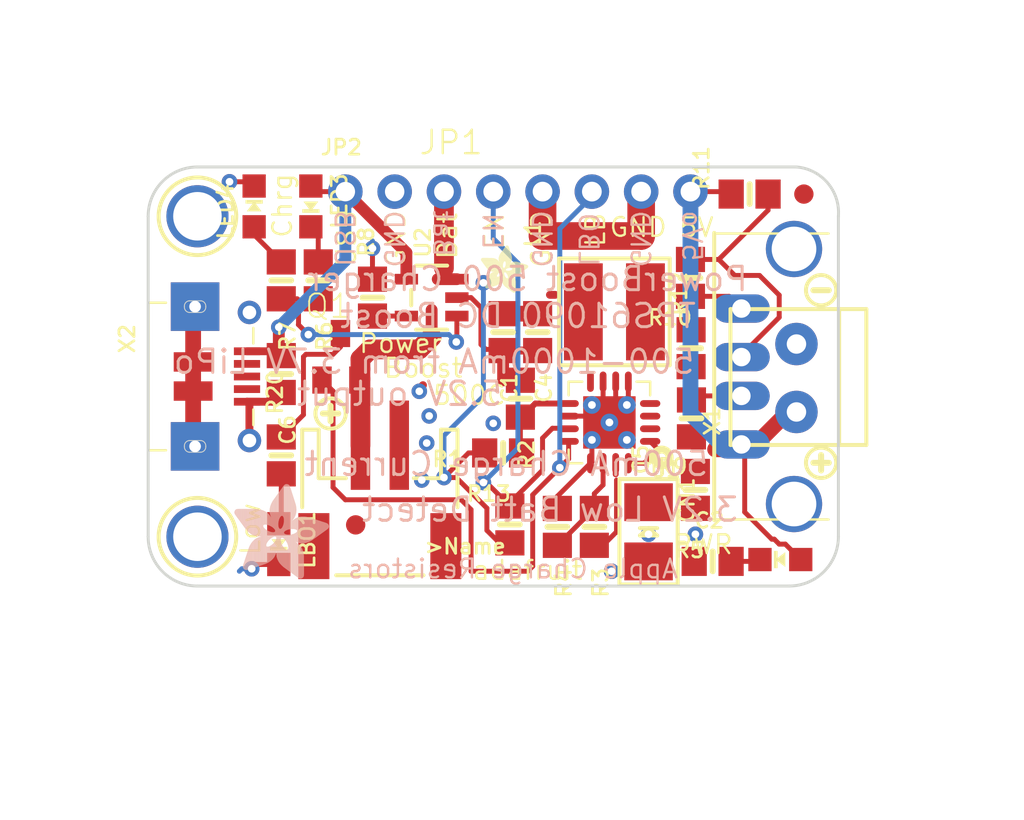
<source format=kicad_pcb>
(kicad_pcb (version 20171130) (host pcbnew "(5.1.0)-1")
  (layers (0 Top signal) (31 Bottom signal) (34 B.Paste user) (35 F.Paste user) (36 B.SilkS user) (37 F.SilkS user) (38 B.Mask user) (39 F.Mask user) (44 Edge.Cuts user))
  (net 0 "")
  (net 1 GND)
  (net 2 5.0V)
  (net 3 VBAT)
  (net 4 "Net-(R3-Pad1)")
  (net 5 /LBO)
  (net 6 /ENABLE)
  (net 7 "Net-(R1-Pad1)")
  (net 8 "Net-(L1-PadP$2)")
  (net 9 "Net-(CN1-PadD-)")
  (net 10 "Net-(CN1-PadD+)")
  (net 11 "Net-(Q1-PadC)")
  (net 12 "Net-(R8-Pad1)")
  (net 13 "Net-(C6-Pad1)")
  (net 14 "Net-(R6-Pad2)")
  (net 15 "Net-(LED3-PadC)")
  (net 16 "Net-(LED4-PadA)")
  (net 17 "Net-(X2-PadID)")
  (net 18 "Net-(X2-PadD+)")
  (net 19 "Net-(X2-PadD-)")
  (net 20 "Net-(PWR1-PadC)")
  (net 21 "Net-(LBO1-PadA)")
  (module "Adafruit PowerBoost 500C:PVQFN-16" (layer Top) (at 154.480245 107.3706 180)
    (fp_text reference U1 (at -2.024 -2.882) (layer F.SilkS) (effects (font (size 0.77216 0.77216) (thickness 0.138988)) (justify left bottom)))
    (fp_text value TPS61090RSAR)
    (pad P$22 thru_hole circle (at -0.9 0.9 180) (size 0.908 0.908) (drill 0.4) (layers *.Cu *.Mask) (net 1 GND))
    (pad P$21 thru_hole circle (at 0.9 0.9 180) (size 0.908 0.908) (drill 0.4) (layers *.Cu *.Mask) (net 1 GND))
    (pad P$20 thru_hole circle (at 0.9 -0.9 180) (size 0.908 0.908) (drill 0.4) (layers *.Cu *.Mask) (net 1 GND))
    (pad P$19 thru_hole circle (at -0.9 -0.9 180) (size 0.908 0.908) (drill 0.4) (layers *.Cu *.Mask) (net 1 GND))
    (pad P$18 thru_hole circle (at 0 0 180) (size 0.908 0.908) (drill 0.4) (layers *.Cu *.Mask) (net 1 GND))
    (pad 16 smd roundrect (at -0.975 -2.1 90) (size 1.05 0.35) (layers Top F.Paste F.Mask) (roundrect_rratio 0.5) (net 2 5.0V))
    (pad 15 smd roundrect (at -0.325 -2.1 90) (size 1.05 0.35) (layers Top F.Paste F.Mask) (roundrect_rratio 0.5) (net 2 5.0V))
    (pad 14 smd roundrect (at 0.325 -2.1 90) (size 1.05 0.35) (layers Top F.Paste F.Mask) (roundrect_rratio 0.5) (net 4 "Net-(R3-Pad1)"))
    (pad 13 smd roundrect (at 0.975 -2.1 90) (size 1.05 0.35) (layers Top F.Paste F.Mask) (roundrect_rratio 0.5) (net 1 GND))
    (pad 12 smd roundrect (at 2.1 -0.975) (size 1.05 0.35) (layers Top F.Paste F.Mask) (roundrect_rratio 0.5) (net 5 /LBO))
    (pad 11 smd roundrect (at 2.1 -0.325) (size 1.05 0.35) (layers Top F.Paste F.Mask) (roundrect_rratio 0.5) (net 6 /ENABLE))
    (pad 10 smd roundrect (at 2.1 0.325) (size 1.05 0.35) (layers Top F.Paste F.Mask) (roundrect_rratio 0.5) (net 1 GND))
    (pad 9 smd roundrect (at 2.1 0.975) (size 1.05 0.35) (layers Top F.Paste F.Mask) (roundrect_rratio 0.5) (net 7 "Net-(R1-Pad1)"))
    (pad 8 smd roundrect (at 0.975 2.1 270) (size 1.05 0.35) (layers Top F.Paste F.Mask) (roundrect_rratio 0.5) (net 3 VBAT))
    (pad 7 smd roundrect (at 0.325 2.1 270) (size 1.05 0.35) (layers Top F.Paste F.Mask) (roundrect_rratio 0.5) (net 1 GND))
    (pad 6 smd roundrect (at -0.325 2.1 270) (size 1.05 0.35) (layers Top F.Paste F.Mask) (roundrect_rratio 0.5) (net 1 GND))
    (pad 5 smd roundrect (at -0.975 2.1 270) (size 1.05 0.35) (layers Top F.Paste F.Mask) (roundrect_rratio 0.5) (net 1 GND))
    (pad 4 smd roundrect (at -2.1 0.975 180) (size 1.05 0.35) (layers Top F.Paste F.Mask) (roundrect_rratio 0.5) (net 8 "Net-(L1-PadP$2)"))
    (pad 3 smd roundrect (at -2.1 0.325 180) (size 1.05 0.35) (layers Top F.Paste F.Mask) (roundrect_rratio 0.5) (net 8 "Net-(L1-PadP$2)"))
    (pad 2 smd roundrect (at -2.1 -0.325 180) (size 1.05 0.35) (layers Top F.Paste F.Mask) (roundrect_rratio 0.5))
    (pad 1 smd roundrect (at -2.1 -0.975 180) (size 1.05 0.35) (layers Top F.Paste F.Mask) (roundrect_rratio 0.5) (net 2 5.0V))
    (pad THERMAL smd rect (at 0 0 180) (size 2.7 2.7) (layers Top F.Mask) (net 1 GND))
  )
  (module "Adafruit PowerBoost 500C:INDUCTOR_5X5MM_TDK_VLC5045" (layer Top) (at 154.738245 101.6726)
    (fp_text reference L1 (at -3.746 -3.246 90) (layer F.SilkS) (effects (font (size 0.77216 0.77216) (thickness 0.138988)) (justify left bottom)))
    (fp_text value VLC5045-6.8uH hide)
    (pad P$2 smd rect (at 1.6 0) (size 2 5) (layers Top F.Paste F.Mask) (net 8 "Net-(L1-PadP$2)"))
    (pad P$1 smd rect (at -1.6 0) (size 2 5) (layers Top F.Paste F.Mask) (net 3 VBAT))
  )
  (module "Adafruit PowerBoost 500C:0805-NO" (layer Top) (at 149.005245 102.7176 270)
    (fp_text reference C1 (at 2.032 0.127 90) (layer F.SilkS) (effects (font (size 0.77216 0.77216) (thickness 0.138988)) (justify right top)))
    (fp_text value 10uF)
    (pad 2 smd rect (at 0.95 0 270) (size 1.3 1.5) (layers Top F.Paste F.Mask) (net 1 GND))
    (pad 1 smd rect (at -0.95 0 270) (size 1.3 1.5) (layers Top F.Paste F.Mask) (net 3 VBAT))
  )
  (module "Adafruit PowerBoost 500C:JSTPH2" (layer Top) (at 142.655245 112.2426 180)
    (fp_text reference B1 hide)
    (fp_text value 1.8-5V hide)
    (fp_text user >Name (at -2.2225 -1.9685 180) (layer F.SilkS) (effects (font (size 0.77216 0.77216) (thickness 0.146304)) (justify left bottom)))
    (pad NC2 smd rect (at 3.4 -1.5 270) (size 3.4 1.6) (layers Top F.Paste F.Mask))
    (pad NC1 smd rect (at -3.4 -1.5 270) (size 3.4 1.6) (layers Top F.Paste F.Mask))
    (pad 2 smd rect (at 1 3.7 180) (size 1 4.6) (layers Top F.Paste F.Mask) (net 3 VBAT))
    (pad 1 smd rect (at -1 3.7 180) (size 1 4.6) (layers Top F.Paste F.Mask) (net 1 GND))
  )
  (module "Adafruit PowerBoost 500C:0805-NO" (layer Top) (at 158.911245 110.8456 270)
    (fp_text reference C2 (at 2.032 0.127) (layer F.SilkS) (effects (font (size 0.77216 0.77216) (thickness 0.138988)) (justify left bottom)))
    (fp_text value 2.2uF)
    (pad 2 smd rect (at 0.95 0 270) (size 1.3 1.5) (layers Top F.Paste F.Mask) (net 1 GND))
    (pad 1 smd rect (at -0.95 0 270) (size 1.3 1.5) (layers Top F.Paste F.Mask) (net 2 5.0V))
  )
  (module "Adafruit PowerBoost 500C:FIDUCIAL_1MM" (layer Top) (at 141.408245 112.6476)
    (fp_text reference FID2 hide)
    (fp_text value FIDUCIAL"" hide)
    (pad 1 smd roundrect (at 0 0) (size 1 1) (layers Top F.Mask) (roundrect_rratio 0.5))
  )
  (module "Adafruit PowerBoost 500C:MOUNTINGHOLE_2.5_PLATED" (layer Top) (at 133.257245 96.7486)
    (fp_text reference U$10 hide)
    (fp_text value MOUNTINGHOLE2.5 hide)
    (pad P$1 thru_hole circle (at 0 0) (size 3.2 3.2) (drill 2.5) (layers *.Cu *.Mask))
  )
  (module "Adafruit PowerBoost 500C:MOUNTINGHOLE_2.5_PLATED" (layer Top) (at 133.257245 113.2586)
    (fp_text reference U$12 hide)
    (fp_text value MOUNTINGHOLE2.5 hide)
    (pad P$1 thru_hole circle (at 0 0) (size 3.2 3.2) (drill 2.5) (layers *.Cu *.Mask))
  )
  (module "Adafruit PowerBoost 500C:TERMBLOCK_1X2-3.5MM" (layer Top) (at 164.118245 105.1306 90)
    (fp_text reference X1 (at -3 -3.89 90) (layer F.SilkS) (effects (font (size 0.77216 0.77216) (thickness 0.138988)) (justify left bottom)))
    (fp_text value TERMBLOCK_1X2)
    (pad 2 thru_hole circle (at -1.7 0 90) (size 2.1844 2.1844) (drill 1) (layers *.Cu *.Mask) (net 2 5.0V))
    (pad 1 thru_hole circle (at 1.8 0 90) (size 2.1844 2.1844) (drill 1) (layers *.Cu *.Mask) (net 1 GND))
  )
  (module "Adafruit PowerBoost 500C:0805-NO" (layer Top) (at 158.707245 107.1616 270)
    (fp_text reference R9 (at 2.032 0.127) (layer F.SilkS) (effects (font (size 0.77216 0.77216) (thickness 0.138988)) (justify right top)))
    (fp_text value "75K 1%")
    (pad 2 smd rect (at 0.95 0 270) (size 1.3 1.5) (layers Top F.Paste F.Mask) (net 2 5.0V))
    (pad 1 smd rect (at -0.95 0 270) (size 1.3 1.5) (layers Top F.Paste F.Mask) (net 9 "Net-(CN1-PadD-)"))
  )
  (module "Adafruit PowerBoost 500C:0805-NO" (layer Top) (at 158.689245 103.5456 90)
    (fp_text reference R10 (at 2.032 0.127) (layer F.SilkS) (effects (font (size 0.77216 0.77216) (thickness 0.138988)) (justify right top)))
    (fp_text value "49.9K 1%")
    (pad 2 smd rect (at 0.95 0 90) (size 1.3 1.5) (layers Top F.Paste F.Mask) (net 1 GND))
    (pad 1 smd rect (at -0.95 0 90) (size 1.3 1.5) (layers Top F.Paste F.Mask) (net 9 "Net-(CN1-PadD-)"))
  )
  (module "Adafruit PowerBoost 500C:0805-NO" (layer Top) (at 161.705245 95.6056 180)
    (fp_text reference R11 (at 2.032 0.127 90) (layer F.SilkS) (effects (font (size 0.77216 0.77216) (thickness 0.138988)) (justify left bottom)))
    (fp_text value "75K 1%")
    (pad 2 smd rect (at 0.95 0 180) (size 1.3 1.5) (layers Top F.Paste F.Mask) (net 2 5.0V))
    (pad 1 smd rect (at -0.95 0 180) (size 1.3 1.5) (layers Top F.Paste F.Mask) (net 10 "Net-(CN1-PadD+)"))
  )
  (module "Adafruit PowerBoost 500C:0805-NO" (layer Top) (at 158.657245 99.9236 270)
    (fp_text reference R12 (at 2.032 0.127 90) (layer F.SilkS) (effects (font (size 0.77216 0.77216) (thickness 0.138988)) (justify left bottom)))
    (fp_text value "49.9K 1%")
    (pad 2 smd rect (at 0.95 0 270) (size 1.3 1.5) (layers Top F.Paste F.Mask) (net 1 GND))
    (pad 1 smd rect (at -0.95 0 270) (size 1.3 1.5) (layers Top F.Paste F.Mask) (net 10 "Net-(CN1-PadD+)"))
  )
  (module "Adafruit PowerBoost 500C:USB_HOST-PTH" (layer Top) (at 167.801245 105.0036 90)
    (fp_text reference CN1 (at -7.62 -8.89 90) (layer F.SilkS) (effects (font (size 0.77216 0.77216) (thickness 0.138988)) (justify left bottom)))
    (fp_text value USBA_FEMALE)
    (pad S2 thru_hole circle (at 6.57 -3.81 270) (size 2.9 2.9) (drill 2.3) (layers *.Cu *.Mask))
    (pad S1 thru_hole circle (at -6.57 -3.81 90) (size 2.9 2.9) (drill 2.3) (layers *.Cu *.Mask))
    (pad GND thru_hole oval (at 3.5 -6.52 180) (size 2.916 1.458) (drill 0.95) (layers *.Cu *.Mask) (net 1 GND))
    (pad VBUS thru_hole oval (at -3.5 -6.52 180) (size 2.916 1.458) (drill 0.95) (layers *.Cu *.Mask) (net 2 5.0V))
    (pad D+ thru_hole oval (at 1 -6.52 180) (size 2.916 1.458) (drill 0.95) (layers *.Cu *.Mask) (net 10 "Net-(CN1-PadD+)"))
    (pad D- thru_hole oval (at -1 -6.52 180) (size 2.916 1.458) (drill 0.95) (layers *.Cu *.Mask) (net 9 "Net-(CN1-PadD-)"))
  )
  (module "Adafruit PowerBoost 500C:CHIPLED_0805_NOOUTLINE" (layer Top) (at 163.288245 114.4336 90)
    (fp_text reference PWR1 hide)
    (fp_text value BLUE)
    (pad A smd rect (at 0 1.05 90) (size 1.2 1.2) (layers Top F.Paste F.Mask) (net 2 5.0V))
    (pad C smd rect (at 0 -1.05 90) (size 1.2 1.2) (layers Top F.Paste F.Mask) (net 20 "Net-(PWR1-PadC)"))
  )
  (module "Adafruit PowerBoost 500C:0805-NO" (layer Top) (at 159.800245 114.5286 180)
    (fp_text reference R5 (at 2.032 0.127) (layer F.SilkS) (effects (font (size 0.77216 0.77216) (thickness 0.138988)) (justify left bottom)))
    (fp_text value 1K)
    (pad 2 smd rect (at 0.95 0 180) (size 1.3 1.5) (layers Top F.Paste F.Mask) (net 1 GND))
    (pad 1 smd rect (at -0.95 0 180) (size 1.3 1.5) (layers Top F.Paste F.Mask) (net 20 "Net-(PWR1-PadC)"))
  )
  (module "Adafruit PowerBoost 500C:0805-NO" (layer Top) (at 149.353245 112.6246 90)
    (fp_text reference R13 (at 2.032 0.127) (layer F.SilkS) (effects (font (size 0.77216 0.77216) (thickness 0.138988)) (justify right top)))
    (fp_text value 340K)
    (pad 2 smd rect (at 0.95 0 90) (size 1.3 1.5) (layers Top F.Paste F.Mask) (net 6 /ENABLE))
    (pad 1 smd rect (at -0.95 0 90) (size 1.3 1.5) (layers Top F.Paste F.Mask) (net 3 VBAT))
  )
  (module "Adafruit PowerBoost 500C:0805-NO" (layer Top) (at 150.783245 102.7176 270)
    (fp_text reference C4 (at 2.032 0.127 90) (layer F.SilkS) (effects (font (size 0.77216 0.77216) (thickness 0.138988)) (justify right top)))
    (fp_text value 0.1uF)
    (pad 2 smd rect (at 0.95 0 270) (size 1.3 1.5) (layers Top F.Paste F.Mask) (net 1 GND))
    (pad 1 smd rect (at -0.95 0 270) (size 1.3 1.5) (layers Top F.Paste F.Mask) (net 3 VBAT))
  )
  (module "Adafruit PowerBoost 500C:0805-NO" (layer Top) (at 153.704245 112.7506 270)
    (fp_text reference R3 (at 2.032 0.127 90) (layer F.SilkS) (effects (font (size 0.77216 0.77216) (thickness 0.138988)) (justify right top)))
    (fp_text value 1.87Mohm)
    (pad 2 smd rect (at 0.95 0 270) (size 1.3 1.5) (layers Top F.Paste F.Mask) (net 2 5.0V))
    (pad 1 smd rect (at -0.95 0 270) (size 1.3 1.5) (layers Top F.Paste F.Mask) (net 4 "Net-(R3-Pad1)"))
  )
  (module "Adafruit PowerBoost 500C:0805-NO" (layer Top) (at 151.799245 112.7506 270)
    (fp_text reference R4 (at 2.032 0.127 90) (layer F.SilkS) (effects (font (size 0.77216 0.77216) (thickness 0.138988)) (justify right top)))
    (fp_text value 200K)
    (pad 2 smd rect (at 0.95 0 270) (size 1.3 1.5) (layers Top F.Paste F.Mask) (net 4 "Net-(R3-Pad1)"))
    (pad 1 smd rect (at -0.95 0 270) (size 1.3 1.5) (layers Top F.Paste F.Mask) (net 1 GND))
  )
  (module "Adafruit PowerBoost 500C:0805-NO" (layer Top) (at 149.894245 106.1466 270)
    (fp_text reference R2 (at 2.032 0.127 90) (layer F.SilkS) (effects (font (size 0.77216 0.77216) (thickness 0.138988)) (justify right top)))
    (fp_text value 340K)
    (pad 2 smd rect (at 0.95 0 270) (size 1.3 1.5) (layers Top F.Paste F.Mask) (net 7 "Net-(R1-Pad1)"))
    (pad 1 smd rect (at -0.95 0 270) (size 1.3 1.5) (layers Top F.Paste F.Mask) (net 1 GND))
  )
  (module "Adafruit PowerBoost 500C:0805-NO" (layer Top) (at 149.005245 108.9406 180)
    (fp_text reference R1 (at 2.032 0.127) (layer F.SilkS) (effects (font (size 0.77216 0.77216) (thickness 0.138988)) (justify right top)))
    (fp_text value 1.87Mohm)
    (pad 2 smd rect (at 0.95 0 180) (size 1.3 1.5) (layers Top F.Paste F.Mask) (net 3 VBAT))
    (pad 1 smd rect (at -0.95 0 180) (size 1.3 1.5) (layers Top F.Paste F.Mask) (net 7 "Net-(R1-Pad1)"))
  )
  (module "Adafruit PowerBoost 500C:EIA3528-21_B-R" (layer Top) (at 156.498245 113.0046 90)
    (fp_text reference C5 (at 2.876 0.051 90) (layer F.SilkS) (effects (font (size 0.77216 0.77216) (thickness 0.138988)) (justify left bottom)))
    (fp_text value 100uF/6V)
    (pad - smd rect (at -1.525 0 90) (size 1.95 2.5) (layers Top F.Paste F.Mask) (net 1 GND))
    (pad + smd rect (at 1.525 0 90) (size 1.95 2.5) (layers Top F.Paste F.Mask) (net 2 5.0V))
  )
  (module "Adafruit PowerBoost 500C:1X06-CLEANBIG" (layer Top) (at 152.307245 95.4786)
    (fp_text reference JP1 (at -7.6962 -1.8288) (layer F.SilkS) (effects (font (size 1.2065 1.2065) (thickness 0.12065)) (justify left bottom)))
    (fp_text value PINHD-1X6CB)
    (pad 6 thru_hole circle (at 6.35 0 90) (size 1.778 1.778) (drill 1.016) (layers *.Cu *.Mask) (net 2 5.0V))
    (pad 5 thru_hole circle (at 3.81 0 90) (size 1.778 1.778) (drill 1.016) (layers *.Cu *.Mask) (net 1 GND))
    (pad 4 thru_hole circle (at 1.27 0 90) (size 1.778 1.778) (drill 1.016) (layers *.Cu *.Mask) (net 5 /LBO))
    (pad 3 thru_hole circle (at -1.27 0 90) (size 1.778 1.778) (drill 1.016) (layers *.Cu *.Mask) (net 1 GND))
    (pad 2 thru_hole circle (at -3.81 0 90) (size 1.778 1.778) (drill 1.016) (layers *.Cu *.Mask) (net 6 /ENABLE))
    (pad 1 thru_hole circle (at -6.35 0 90) (size 1.778 1.778) (drill 1.016) (layers *.Cu *.Mask) (net 3 VBAT))
  )
  (module "Adafruit PowerBoost 500C:CHIPLED_0805_NOOUTLINE" (layer Top) (at 137.448245 113.6396 180)
    (fp_text reference LBO1 (at -1.016 1.778 90) (layer F.SilkS) (effects (font (size 0.77216 0.77216) (thickness 0.138988)) (justify right top)))
    (fp_text value RED)
    (pad A smd rect (at 0 1.05 180) (size 1.2 1.2) (layers Top F.Paste F.Mask) (net 21 "Net-(LBO1-PadA)"))
    (pad C smd rect (at 0 -1.05 180) (size 1.2 1.2) (layers Top F.Paste F.Mask) (net 1 GND))
  )
  (module "Adafruit PowerBoost 500C:0805-NO" (layer Top) (at 137.575245 109.0676 90)
    (fp_text reference R20 (at 2.032 0.127 90) (layer F.SilkS) (effects (font (size 0.77216 0.77216) (thickness 0.138988)) (justify left bottom)))
    (fp_text value 1K)
    (pad 2 smd rect (at 0.95 0 90) (size 1.3 1.5) (layers Top F.Paste F.Mask) (net 11 "Net-(Q1-PadC)"))
    (pad 1 smd rect (at -0.95 0 90) (size 1.3 1.5) (layers Top F.Paste F.Mask) (net 21 "Net-(LBO1-PadA)"))
  )
  (module "Adafruit PowerBoost 500C:SC59-BEC" (layer Top) (at 140.623245 103.9876)
    (fp_text reference Q1 (at -1.905 -1.905) (layer F.SilkS) (effects (font (size 1.2065 1.2065) (thickness 0.09652)) (justify left bottom)))
    (fp_text value MMUN2133LT1G)
    (pad B smd rect (at -0.95 1.2) (size 1 1.4) (layers Top F.Paste F.Mask) (net 5 /LBO))
    (pad E smd rect (at 0.95 1.2) (size 1 1.4) (layers Top F.Paste F.Mask) (net 3 VBAT))
    (pad C smd rect (at 0 -1.2) (size 1 1.4) (layers Top F.Paste F.Mask) (net 11 "Net-(Q1-PadC)"))
  )
  (module "Adafruit PowerBoost 500C:SYMBOL_PLUS" (layer Top) (at 140.115245 106.9086)
    (fp_text reference U$13 hide)
    (fp_text value "" hide)
  )
  (module "Adafruit PowerBoost 500C:SYMBOL_PLUS" (layer Top) (at 165.388245 109.4486)
    (fp_text reference U$25 hide)
    (fp_text value "" hide)
  )
  (module "Adafruit PowerBoost 500C:SYMBOL_MINUS" (layer Top) (at 165.388245 100.5586)
    (fp_text reference U$26 hide)
    (fp_text value "" hide)
  )
  (module "Adafruit PowerBoost 500C:ADAFRUIT_2.5MM" (layer Top) (at 147.862245 100.6856)
    (fp_text reference U$28 hide)
    (fp_text value "" hide)
  )
  (module "Adafruit PowerBoost 500C:FIDUCIAL_1MM" (layer Top) (at 164.499245 95.6056)
    (fp_text reference FID3 hide)
    (fp_text value FIDUCIAL"" hide)
    (pad 1 smd roundrect (at 0 0) (size 1 1) (layers Top F.Mask) (roundrect_rratio 0.5))
  )
  (module "Adafruit PowerBoost 500C:ADAFRUIT_5MM" (layer Bottom) (at 135.162245 115.4176 90)
    (fp_text reference U$29 hide)
    (fp_text value "" hide)
  )
  (module "Adafruit PowerBoost 500C:SOT23-5" (layer Top) (at 145.322245 100.9396 90)
    (fp_text reference U2 (at 1.978 0 90) (layer F.SilkS) (effects (font (size 0.77216 0.77216) (thickness 0.138988)) (justify left bottom)))
    (fp_text value MCP73831T-2ACI/OT)
    (pad 5 smd rect (at -0.95 -1.3001 90) (size 0.55 1.2) (layers Top F.Paste F.Mask) (net 12 "Net-(R8-Pad1)"))
    (pad 4 smd rect (at 0.95 -1.3001 90) (size 0.55 1.2) (layers Top F.Paste F.Mask) (net 13 "Net-(C6-Pad1)"))
    (pad 3 smd rect (at 0.95 1.3001 90) (size 0.55 1.2) (layers Top F.Paste F.Mask) (net 3 VBAT))
    (pad 2 smd rect (at 0 1.3001 90) (size 0.55 1.2) (layers Top F.Paste F.Mask) (net 1 GND))
    (pad 1 smd rect (at -0.95 1.3001 90) (size 0.55 1.2) (layers Top F.Paste F.Mask) (net 14 "Net-(R6-Pad2)"))
  )
  (module "Adafruit PowerBoost 500C:CHIPLED_0805_NOOUTLINE" (layer Top) (at 139.099245 96.2406 180)
    (fp_text reference LED3 (at -1.016 1.778 90) (layer F.SilkS) (effects (font (size 0.77216 0.77216) (thickness 0.138988)) (justify right top)))
    (fp_text value ORANGE)
    (pad A smd rect (at 0 1.05 180) (size 1.2 1.2) (layers Top F.Paste F.Mask) (net 13 "Net-(C6-Pad1)"))
    (pad C smd rect (at 0 -1.05 180) (size 1.2 1.2) (layers Top F.Paste F.Mask) (net 15 "Net-(LED3-PadC)"))
  )
  (module "Adafruit PowerBoost 500C:CHIPLED_0805_NOOUTLINE" (layer Top) (at 136.178245 96.2406)
    (fp_text reference LED4 (at -1.016 1.778 90) (layer F.SilkS) (effects (font (size 0.77216 0.77216) (thickness 0.138988)) (justify left bottom)))
    (fp_text value GREEN)
    (pad A smd rect (at 0 1.05) (size 1.2 1.2) (layers Top F.Paste F.Mask) (net 16 "Net-(LED4-PadA)"))
    (pad C smd rect (at 0 -1.05) (size 1.2 1.2) (layers Top F.Paste F.Mask) (net 1 GND))
  )
  (module "Adafruit PowerBoost 500C:0805-NO" (layer Top) (at 139.480245 100.0506 270)
    (fp_text reference R6 (at 2.032 0.127 90) (layer F.SilkS) (effects (font (size 0.77216 0.77216) (thickness 0.138988)) (justify right top)))
    (fp_text value 470)
    (pad 2 smd rect (at 0.95 0 270) (size 1.3 1.5) (layers Top F.Paste F.Mask) (net 14 "Net-(R6-Pad2)"))
    (pad 1 smd rect (at -0.95 0 270) (size 1.3 1.5) (layers Top F.Paste F.Mask) (net 15 "Net-(LED3-PadC)"))
  )
  (module "Adafruit PowerBoost 500C:0805-NO" (layer Top) (at 137.575245 100.0506 270)
    (fp_text reference R7 (at 2.032 0.127 90) (layer F.SilkS) (effects (font (size 0.77216 0.77216) (thickness 0.138988)) (justify right top)))
    (fp_text value 1K)
    (pad 2 smd rect (at 0.95 0 270) (size 1.3 1.5) (layers Top F.Paste F.Mask) (net 14 "Net-(R6-Pad2)"))
    (pad 1 smd rect (at -0.95 0 270) (size 1.3 1.5) (layers Top F.Paste F.Mask) (net 16 "Net-(LED4-PadA)"))
  )
  (module "Adafruit PowerBoost 500C:0805-NO" (layer Top) (at 137.575245 104.8766 270)
    (fp_text reference C6 (at 2.032 0.127 90) (layer F.SilkS) (effects (font (size 0.77216 0.77216) (thickness 0.138988)) (justify right top)))
    (fp_text value 10µF)
    (pad 2 smd rect (at 0.95 0 270) (size 1.3 1.5) (layers Top F.Paste F.Mask) (net 1 GND))
    (pad 1 smd rect (at -0.95 0 270) (size 1.3 1.5) (layers Top F.Paste F.Mask) (net 13 "Net-(C6-Pad1)"))
  )
  (module "Adafruit PowerBoost 500C:0805-NO" (layer Top) (at 142.274245 100.9396 90)
    (fp_text reference R8 (at 2.032 0.127 90) (layer F.SilkS) (effects (font (size 0.77216 0.77216) (thickness 0.138988)) (justify left bottom)))
    (fp_text value 2k)
    (pad 2 smd rect (at 0.95 0 90) (size 1.3 1.5) (layers Top F.Paste F.Mask) (net 1 GND))
    (pad 1 smd rect (at -0.95 0 90) (size 1.3 1.5) (layers Top F.Paste F.Mask) (net 12 "Net-(R8-Pad1)"))
  )
  (module "Adafruit PowerBoost 500C:4UCONN_20329" (layer Top) (at 135.035245 105.0036 270)
    (fp_text reference X2 (at -2.778 5.852 90) (layer F.SilkS) (effects (font (size 0.77216 0.77216) (thickness 0.138988)) (justify right top)))
    (fp_text value microUSB)
    (fp_line (start 3.3 2.2) (end 3.3 1.6) (layer Edge.Cuts) (width 0.05))
    (fp_arc (start 3.575 1.625) (end 3.3 1.6) (angle 90) (layer Edge.Cuts) (width 0.05))
    (fp_arc (start 3.625 1.625) (end 3.6 1.35) (angle 90) (layer Edge.Cuts) (width 0.05))
    (fp_line (start 3.9 1.6) (end 3.9 2.2) (layer Edge.Cuts) (width 0.05))
    (fp_arc (start 3.575 2.175) (end 3.6 2.45) (angle 90) (layer Edge.Cuts) (width 0.05))
    (fp_arc (start 3.625 2.175) (end 3.9 2.2) (angle 90) (layer Edge.Cuts) (width 0.05))
    (fp_line (start -3.9 2.2) (end -3.9 1.6) (layer Edge.Cuts) (width 0.05))
    (fp_arc (start -3.625 2.175) (end -3.6 2.45) (angle 90) (layer Edge.Cuts) (width 0.05))
    (fp_arc (start -3.575 2.175) (end -3.3 2.2) (angle 90) (layer Edge.Cuts) (width 0.05))
    (fp_line (start -3.3 1.6) (end -3.3 2.2) (layer Edge.Cuts) (width 0.05))
    (fp_arc (start -3.575 1.625) (end -3.6 1.35) (angle 90) (layer Edge.Cuts) (width 0.05))
    (fp_arc (start -3.625 1.625) (end -3.9 1.6) (angle 90) (layer Edge.Cuts) (width 0.05))
    (pad BASE@2 smd rect (at 0.75 2) (size 2 1) (layers Top F.Paste F.Mask) (net 1 GND))
    (pad BASE@1 smd rect (at -0.75 2) (size 2 1) (layers Top F.Paste F.Mask) (net 1 GND))
    (pad GND smd rect (at 1.3 -0.775 270) (size 0.4 1.35) (layers Top F.Paste F.Mask) (net 1 GND))
    (pad ID smd rect (at 0.65 -0.775 270) (size 0.4 1.35) (layers Top F.Paste F.Mask) (net 17 "Net-(X2-PadID)"))
    (pad D+ smd rect (at 0 -0.775 270) (size 0.4 1.35) (layers Top F.Paste F.Mask) (net 18 "Net-(X2-PadD+)"))
    (pad D- smd rect (at -0.65 -0.775 270) (size 0.4 1.35) (layers Top F.Paste F.Mask) (net 19 "Net-(X2-PadD-)"))
    (pad VBUS smd rect (at -1.3 -0.775 270) (size 0.4 1.35) (layers Top F.Paste F.Mask) (net 13 "Net-(C6-Pad1)"))
    (pad SPRT@2 thru_hole circle (at 3.3 -0.9 270) (size 1.208 1.208) (drill 0.7) (layers *.Cu *.Mask) (net 1 GND))
    (pad SPRT@1 thru_hole circle (at -3.3 -0.9 90) (size 1.208 1.208) (drill 0.7) (layers *.Cu *.Mask) (net 1 GND))
    (pad SPRT@3 thru_hole rect (at -3.6 1.9) (size 2.5 2.5) (drill 0.6) (layers *.Cu *.Mask) (net 1 GND))
    (pad SPRT@4 thru_hole rect (at 3.6 1.9) (size 2.5 2.5) (drill 0.6) (layers *.Cu *.Mask) (net 1 GND))
    (pad "" np_thru_hole circle (at 1.95 0 270) (size 0.7 0.7) (drill 0.7) (layers *.Cu *.Mask))
    (pad "" np_thru_hole circle (at -1.95 0 270) (size 0.7 0.7) (drill 0.7) (layers *.Cu *.Mask))
  )
  (module "Adafruit PowerBoost 500C:1X02_ROUND" (layer Top) (at 142.147245 95.4786)
    (fp_text reference JP2 (at -2.6162 -1.8288) (layer F.SilkS) (effects (font (size 0.77216 0.77216) (thickness 0.138988)) (justify left bottom)))
    (fp_text value HEADER-1X2ROUND)
    (pad 2 thru_hole circle (at 1.27 0 90) (size 1.778 1.778) (drill 1) (layers *.Cu *.Mask) (net 1 GND))
    (pad 1 thru_hole circle (at -1.27 0 90) (size 1.778 1.778) (drill 1) (layers *.Cu *.Mask) (net 13 "Net-(C6-Pad1)"))
  )
  (gr_line (start 130.717245 96.7486) (end 130.717245 113.2586) (layer Edge.Cuts) (width 0.15))
  (gr_arc (start 133.257245 113.2586) (end 130.717245 113.2586) (angle -90) (layer Edge.Cuts) (width 0.15))
  (gr_line (start 133.257245 115.7986) (end 163.737245 115.7986) (layer Edge.Cuts) (width 0.15))
  (gr_arc (start 163.737245 113.2586) (end 163.737245 115.7986) (angle -90) (layer Edge.Cuts) (width 0.15))
  (gr_line (start 166.277245 113.2586) (end 166.277245 96.7486) (layer Edge.Cuts) (width 0.15))
  (gr_arc (start 163.927745 96.5581) (end 166.277245 96.7486) (angle -90) (layer Edge.Cuts) (width 0.15))
  (gr_line (start 164.118245 94.2086) (end 133.257245 94.2086) (layer Edge.Cuts) (width 0.15))
  (gr_arc (start 133.257245 96.7486) (end 133.257245 94.2086) (angle -90) (layer Edge.Cuts) (width 0.15))
  (gr_text PWR (at 160.911245 113.0946) (layer F.SilkS) (effects (font (size 0.9652 0.9652) (thickness 0.12192)) (justify right top)))
  (gr_text Bat (at 145.576245 96.4946 90) (layer F.SilkS) (effects (font (size 0.9652 0.9652) (thickness 0.12192)) (justify right top)))
  (gr_text GND (at 150.402245 96.3676 90) (layer F.SilkS) (effects (font (size 0.9652 0.9652) (thickness 0.12192)) (justify right top)))
  (gr_text EN (at 147.989245 96.4946 90) (layer F.SilkS) (effects (font (size 0.9652 0.9652) (thickness 0.12192)) (justify right top)))
  (gr_text LB (at 153.196245 96.4946 90) (layer F.SilkS) (effects (font (size 0.9652 0.9652) (thickness 0.12192)) (justify right top)))
  (gr_text GND (at 157.514245 96.7486) (layer F.SilkS) (effects (font (size 0.9652 0.9652) (thickness 0.12192)) (justify right top)))
  (gr_text 5V (at 158.022245 97.8916) (layer F.SilkS) (effects (font (size 0.9652 0.9652) (thickness 0.12192)) (justify left bottom)))
  (gr_text Power (at 141.512245 103.8606) (layer F.SilkS) (effects (font (size 0.9652 0.9652) (thickness 0.12192)) (justify left bottom)))
  (gr_text adafruit (at 147.354245 115.5446) (layer F.SilkS) (effects (font (size 0.9652 0.9652) (thickness 0.12192)) (justify left bottom)))
  (gr_text "TPS61090 DC Boost" (at 159.038245 102.5906) (layer B.SilkS) (effects (font (size 1.2065 1.2065) (thickness 0.1524)) (justify left bottom mirror)))
  (gr_text "PowerBoost 500 Charger" (at 161.705245 100.6856) (layer B.SilkS) (effects (font (size 1.2065 1.2065) (thickness 0.1524)) (justify left bottom mirror)))
  (gr_text "500-1000mA from 3.7V LiPo" (at 145.449245 104.2416) (layer B.SilkS) (effects (font (size 1.2065 1.2065) (thickness 0.1524)) (justify mirror)))
  (gr_text "Apple Charge Resistors" (at 149.513245 114.9096) (layer B.SilkS) (effects (font (size 0.9652 0.9652) (thickness 0.12192)) (justify mirror)))
  (gr_text "5.2V output" (at 143.671245 105.8926) (layer B.SilkS) (effects (font (size 1.2065 1.2065) (thickness 0.1524)) (justify mirror)))
  (gr_text "3.2V Low Batt Detect" (at 151.418245 111.8616) (layer B.SilkS) (effects (font (size 1.2065 1.2065) (thickness 0.1524)) (justify mirror)))
  (gr_text Bat (at 146.465245 96.3676 -90) (layer B.SilkS) (effects (font (size 0.9652 0.9652) (thickness 0.12192)) (justify right top mirror)))
  (gr_text GND (at 143.925245 96.3676 -90) (layer B.SilkS) (effects (font (size 0.9652 0.9652) (thickness 0.12192)) (justify right top mirror)))
  (gr_text EN (at 149.005245 96.4946 -90) (layer B.SilkS) (effects (font (size 0.9652 0.9652) (thickness 0.12192)) (justify right top mirror)))
  (gr_text LBO (at 153.958245 96.4946 -90) (layer B.SilkS) (effects (font (size 0.9652 0.9652) (thickness 0.12192)) (justify right top mirror)))
  (gr_text GND (at 151.545245 96.3676 -90) (layer B.SilkS) (effects (font (size 0.9652 0.9652) (thickness 0.12192)) (justify right top mirror)))
  (gr_text 5Vo (at 159.292245 96.3676 -90) (layer B.SilkS) (effects (font (size 0.9652 0.9652) (thickness 0.12192)) (justify right top mirror)))
  (gr_text 500C (at 145.322245 106.5276) (layer F.SilkS) (effects (font (size 0.9652 0.9652) (thickness 0.12192)) (justify left bottom)))
  (gr_text GND (at 142.909245 96.3676 90) (layer F.SilkS) (effects (font (size 0.9652 0.9652) (thickness 0.12192)) (justify right top)))
  (gr_text USB (at 140.369245 96.3676 90) (layer F.SilkS) (effects (font (size 0.9652 0.9652) (thickness 0.12192)) (justify right top)))
  (gr_text Chrg (at 137.067245 94.4626 90) (layer F.SilkS) (effects (font (size 0.9652 0.9652) (thickness 0.12192)) (justify right top)))
  (gr_text Boost (at 142.782245 105.1306) (layer F.SilkS) (effects (font (size 0.9652 0.9652) (thickness 0.12192)) (justify left bottom)))
  (gr_text Low (at 136.559245 114.2746 90) (layer F.SilkS) (effects (font (size 0.9652 0.9652) (thickness 0.12192)) (justify left bottom)))
  (gr_text USB (at 141.385245 96.3676 -90) (layer B.SilkS) (effects (font (size 0.9652 0.9652) (thickness 0.12192)) (justify right top mirror)))
  (gr_text GND (at 156.625245 96.3676 -90) (layer B.SilkS) (effects (font (size 0.9652 0.9652) (thickness 0.12192)) (justify right top mirror)))
  (gr_text "500mA Charge Current" (at 159.673245 110.2106) (layer B.SilkS) (effects (font (size 1.2065 1.2065) (thickness 0.1524)) (justify left bottom mirror)))
  (segment (start 149.005245 103.6676) (end 150.783245 103.6676) (width 0.4064) (layer Top) (net 1))
  (segment (start 153.580245 106.4706) (end 153.988245 106.8786) (width 0.254) (layer Top) (net 1))
  (segment (start 153.988245 106.8786) (end 154.480245 107.3706) (width 0.254) (layer Top) (net 1))
  (segment (start 154.480245 107.3706) (end 154.958245 106.8926) (width 0.254) (layer Top) (net 1))
  (segment (start 154.958245 106.8926) (end 155.380245 106.4706) (width 0.254) (layer Top) (net 1))
  (segment (start 154.480245 107.3706) (end 155.380245 108.2706) (width 0.254) (layer Top) (net 1))
  (segment (start 153.505245 109.4706) (end 153.580245 109.3956) (width 0.254) (layer Top) (net 1))
  (segment (start 153.580245 109.3956) (end 153.580245 108.2706) (width 0.254) (layer Top) (net 1))
  (segment (start 153.580245 108.2706) (end 154.480245 107.3706) (width 0.254) (layer Top) (net 1))
  (segment (start 152.380245 107.0456) (end 154.155245 107.0456) (width 0.254) (layer Top) (net 1))
  (segment (start 154.155245 107.0456) (end 154.480245 107.3706) (width 0.254) (layer Top) (net 1))
  (segment (start 155.455245 105.2706) (end 155.455245 106.3956) (width 0.254) (layer Top) (net 1))
  (segment (start 155.455245 106.3956) (end 155.380245 106.4706) (width 0.254) (layer Top) (net 1))
  (segment (start 154.155245 105.2706) (end 154.155245 106.7116) (width 0.254) (layer Top) (net 1))
  (segment (start 154.155245 106.7116) (end 153.988245 106.8786) (width 0.254) (layer Top) (net 1))
  (segment (start 154.805245 105.2706) (end 154.805245 106.7396) (width 0.254) (layer Top) (net 1))
  (segment (start 154.805245 106.7396) (end 154.958245 106.8926) (width 0.254) (layer Top) (net 1))
  (via (at 145.068245 108.4326) (size 0.8001) (drill 0.3937) (layers Top Bottom) (net 1))
  (via (at 156.498245 113.1316) (size 0.8001) (drill 0.3937) (layers Top Bottom) (net 1))
  (via (at 148.497245 107.4166) (size 0.8001) (drill 0.3937) (layers Top Bottom) (net 1))
  (via (at 154.593245 115.0366) (size 0.8001) (drill 0.3937) (layers Top Bottom) (net 1))
  (segment (start 158.689245 102.5956) (end 158.657245 102.5636) (width 0.254) (layer Top) (net 1))
  (segment (start 158.657245 102.5636) (end 158.657245 100.8736) (width 0.254) (layer Top) (net 1))
  (segment (start 158.657245 100.8736) (end 160.651245 100.8736) (width 0.254) (layer Top) (net 1))
  (segment (start 160.651245 100.8736) (end 161.281245 101.5036) (width 0.254) (layer Top) (net 1))
  (segment (start 153.505245 109.4706) (end 151.799245 111.1766) (width 0.254) (layer Top) (net 1))
  (segment (start 151.799245 111.1766) (end 151.799245 111.8006) (width 0.254) (layer Top) (net 1))
  (via (at 158.911245 113.1316) (size 0.8001) (drill 0.3937) (layers Top Bottom) (net 1))
  (segment (start 137.448245 114.6896) (end 136.271245 114.6896) (width 0.254) (layer Top) (net 1))
  (segment (start 136.271245 114.6896) (end 136.051245 114.9096) (width 0.254) (layer Top) (net 1))
  (via (at 136.051245 114.9096) (size 0.8001) (drill 0.3937) (layers Top Bottom) (net 1))
  (segment (start 136.051245 114.9096) (end 135.543245 114.9096) (width 0.254) (layer Bottom) (net 1))
  (segment (start 135.543245 114.9096) (end 135.416245 115.0366) (width 0.254) (layer Bottom) (net 1))
  (segment (start 133.035245 104.2536) (end 133.035245 105.7536) (width 0.8128) (layer Top) (net 1))
  (segment (start 133.035245 105.7536) (end 133.035245 108.5036) (width 0.8128) (layer Top) (net 1))
  (segment (start 133.035245 108.5036) (end 133.135245 108.6036) (width 0.8128) (layer Top) (net 1))
  (segment (start 133.035245 104.2536) (end 133.035245 101.4156) (width 0.8128) (layer Top) (net 1))
  (segment (start 133.035245 101.4156) (end 133.130245 101.3206) (width 0.8128) (layer Top) (net 1))
  (segment (start 135.810245 106.3036) (end 137.098245 106.3036) (width 0.4064) (layer Top) (net 1))
  (segment (start 137.098245 106.3036) (end 137.575245 105.8266) (width 0.4064) (layer Top) (net 1))
  (segment (start 135.810245 106.3036) (end 135.935245 106.4286) (width 0.4064) (layer Top) (net 1))
  (segment (start 135.935245 106.4286) (end 135.935245 108.3036) (width 0.4064) (layer Top) (net 1))
  (segment (start 136.178245 95.1906) (end 135.958245 94.9706) (width 0.254) (layer Top) (net 1))
  (segment (start 135.958245 94.9706) (end 134.908245 94.9706) (width 0.254) (layer Top) (net 1))
  (via (at 134.908245 94.9706) (size 0.8001) (drill 0.3937) (layers Top Bottom) (net 1))
  (segment (start 134.908245 94.9706) (end 134.781245 95.0976) (width 0.254) (layer Bottom) (net 1))
  (segment (start 144.875245 105.4506) (end 144.814245 105.5116) (width 0.4064) (layer Top) (net 1))
  (segment (start 142.274245 99.9896) (end 142.274245 98.3996) (width 0.254) (layer Top) (net 1))
  (via (at 142.274245 98.3996) (size 0.8001) (drill 0.3937) (layers Top Bottom) (net 1))
  (segment (start 142.274245 98.3996) (end 142.274245 98.0186) (width 0.254) (layer Bottom) (net 1))
  (segment (start 146.622345 100.9396) (end 147.354245 100.9396) (width 0.254) (layer Top) (net 1))
  (segment (start 147.354245 100.9396) (end 147.862245 101.4476) (width 0.254) (layer Top) (net 1))
  (segment (start 147.862245 101.4476) (end 147.862245 103.3526) (width 0.254) (layer Top) (net 1))
  (segment (start 147.862245 103.3526) (end 148.116245 103.6066) (width 0.254) (layer Top) (net 1))
  (segment (start 148.116245 103.6066) (end 148.944245 103.6066) (width 0.254) (layer Top) (net 1))
  (segment (start 148.944245 103.6066) (end 149.005245 103.6676) (width 0.254) (layer Top) (net 1))
  (via (at 144.687245 105.7656) (size 0.8001) (drill 0.3937) (layers Top Bottom) (net 1))
  (via (at 144.814245 110.3376) (size 0.8001) (drill 0.3937) (layers Top Bottom) (net 1))
  (via (at 145.195245 107.0356) (size 0.8001) (drill 0.3937) (layers Top Bottom) (net 1))
  (segment (start 151.037245 95.4786) (end 151.037245 97.7646) (width 1.4224) (layer Top) (net 1))
  (segment (start 151.037245 97.7646) (end 156.117245 97.7646) (width 1.4224) (layer Top) (net 1))
  (segment (start 156.117245 97.7646) (end 156.117245 95.4786) (width 1.4224) (layer Top) (net 1))
  (segment (start 149.894245 105.1966) (end 149.005245 105.1966) (width 0.6096) (layer Top) (net 1))
  (segment (start 149.005245 105.1966) (end 149.005245 103.6676) (width 0.6096) (layer Top) (net 1))
  (segment (start 152.380245 106.3956) (end 150.661245 106.3956) (width 0.3048) (layer Top) (net 7))
  (segment (start 150.661245 106.3956) (end 149.960245 107.0966) (width 0.3048) (layer Top) (net 7))
  (segment (start 149.960245 107.0966) (end 149.894245 107.0966) (width 0.3048) (layer Top) (net 7))
  (segment (start 149.894245 107.0966) (end 149.894245 108.8746) (width 0.254) (layer Top) (net 7))
  (segment (start 149.894245 108.8746) (end 149.894245 108.8796) (width 0.6096) (layer Top) (net 7))
  (segment (start 149.894245 108.8796) (end 149.955245 108.9406) (width 0.6096) (layer Top) (net 7))
  (segment (start 156.580245 108.3456) (end 156.987245 108.7526) (width 0.254) (layer Top) (net 2))
  (segment (start 155.455245 109.4706) (end 156.269245 109.4706) (width 0.254) (layer Top) (net 2))
  (segment (start 156.269245 109.4706) (end 156.987245 108.7526) (width 0.254) (layer Top) (net 2))
  (segment (start 159.927245 108.7526) (end 160.778245 108.7526) (width 0.8128) (layer Top) (net 2))
  (segment (start 158.657245 95.4786) (end 158.657245 106.9086) (width 0.8128) (layer Bottom) (net 2))
  (segment (start 160.181245 109.0066) (end 159.927245 108.7526) (width 0.254) (layer Top) (net 2))
  (segment (start 154.805245 109.4706) (end 154.805245 110.0416) (width 0.3048) (layer Top) (net 2))
  (segment (start 158.657245 95.4786) (end 160.628245 95.4786) (width 0.254) (layer Top) (net 2))
  (segment (start 160.628245 95.4786) (end 160.755245 95.6056) (width 0.254) (layer Top) (net 2))
  (segment (start 161.705245 108.8136) (end 161.337245 108.8136) (width 0.8128) (layer Top) (net 2))
  (segment (start 154.847245 110.3376) (end 154.847245 113.0046) (width 0.254) (layer Top) (net 2))
  (segment (start 154.847245 113.0046) (end 154.151245 113.7006) (width 0.254) (layer Top) (net 2))
  (segment (start 154.151245 113.7006) (end 153.704245 113.7006) (width 0.254) (layer Top) (net 2))
  (segment (start 161.705245 108.8136) (end 163.688245 106.8306) (width 0.8128) (layer Top) (net 2))
  (segment (start 163.688245 106.8306) (end 164.118245 106.8306) (width 0.8128) (layer Top) (net 2))
  (segment (start 162.848245 113.3856) (end 161.451245 111.9886) (width 0.254) (layer Top) (net 2))
  (segment (start 161.451245 111.9886) (end 161.451245 108.6736) (width 0.254) (layer Top) (net 2))
  (segment (start 161.451245 108.6736) (end 161.281245 108.5036) (width 0.254) (layer Top) (net 2))
  (segment (start 158.657245 106.9086) (end 160.252245 108.5036) (width 0.8128) (layer Bottom) (net 2))
  (segment (start 160.252245 108.5036) (end 161.281245 108.5036) (width 0.8128) (layer Bottom) (net 2))
  (segment (start 162.848245 113.3856) (end 162.975245 113.3856) (width 0.254) (layer Top) (net 2))
  (segment (start 162.975245 113.3856) (end 163.229245 113.6396) (width 0.254) (layer Top) (net 2))
  (segment (start 163.229245 113.6396) (end 163.544245 113.6396) (width 0.254) (layer Top) (net 2))
  (segment (start 163.544245 113.6396) (end 164.338245 114.4336) (width 0.254) (layer Top) (net 2))
  (segment (start 162.655245 95.6056) (end 162.655245 96.4336) (width 0.254) (layer Top) (net 10))
  (segment (start 162.655245 96.4336) (end 160.115245 98.9736) (width 0.254) (layer Top) (net 10))
  (segment (start 160.115245 98.9736) (end 158.657245 98.9736) (width 0.254) (layer Top) (net 10))
  (segment (start 161.281245 104.0036) (end 161.054245 104.0036) (width 0.254) (layer Top) (net 10))
  (segment (start 163.229245 101.9556) (end 163.229245 100.8126) (width 0.254) (layer Top) (net 10))
  (segment (start 163.229245 100.8126) (end 162.213245 99.7966) (width 0.254) (layer Top) (net 10))
  (segment (start 162.213245 99.7966) (end 160.938245 99.7966) (width 0.254) (layer Top) (net 10))
  (segment (start 160.938245 99.7966) (end 160.115245 98.9736) (width 0.254) (layer Top) (net 10))
  (segment (start 163.229245 101.9556) (end 161.281245 103.9036) (width 0.254) (layer Top) (net 10))
  (segment (start 161.281245 103.9036) (end 161.281245 104.0036) (width 0.254) (layer Top) (net 10))
  (segment (start 158.707245 106.2116) (end 158.915245 106.0036) (width 0.254) (layer Top) (net 9))
  (segment (start 158.915245 106.0036) (end 161.281245 106.0036) (width 0.254) (layer Top) (net 9))
  (segment (start 158.689245 104.4956) (end 158.707245 104.5136) (width 0.254) (layer Top) (net 9))
  (segment (start 158.707245 104.5136) (end 158.707245 106.2116) (width 0.254) (layer Top) (net 9))
  (segment (start 151.418245 100.7966) (end 151.684245 100.7966) (width 0.4064) (layer Top) (net 3))
  (segment (start 150.783245 101.7676) (end 149.005245 101.7676) (width 0.8128) (layer Top) (net 3))
  (via (at 145.957245 110.2106) (size 0.8001) (drill 0.3937) (layers Top Bottom) (net 3))
  (via (at 147.989245 100.1776) (size 0.8001) (drill 0.3937) (layers Top Bottom) (net 3))
  (segment (start 149.353245 113.5746) (end 148.931245 113.5746) (width 0.254) (layer Top) (net 3))
  (segment (start 145.957245 110.2106) (end 145.957245 108.0516) (width 0.254) (layer Bottom) (net 3))
  (segment (start 145.957245 108.0516) (end 147.989245 106.0196) (width 0.254) (layer Bottom) (net 3))
  (segment (start 147.989245 106.0196) (end 147.989245 100.1776) (width 0.254) (layer Bottom) (net 3))
  (segment (start 141.655245 108.5426) (end 141.655245 105.1306) (width 1.016) (layer Top) (net 3))
  (segment (start 141.655245 105.1306) (end 141.655245 104.6226) (width 1.016) (layer Top) (net 3))
  (segment (start 141.655245 104.6226) (end 141.655245 104.0986) (width 1.016) (layer Top) (net 3))
  (segment (start 141.655245 104.0986) (end 142.147245 103.6066) (width 1.016) (layer Top) (net 3))
  (segment (start 142.147245 103.6066) (end 144.687245 103.6066) (width 1.016) (layer Top) (net 3))
  (segment (start 145.637245 99.9896) (end 146.622345 99.9896) (width 0.6096) (layer Top) (net 3))
  (segment (start 145.957245 95.4786) (end 145.957245 99.4156) (width 1.016) (layer Top) (net 3))
  (segment (start 141.655245 104.8516) (end 141.655245 104.6226) (width 0.254) (layer Top) (net 3))
  (segment (start 148.169245 112.9306) (end 148.169245 111.7876) (width 0.254) (layer Top) (net 3))
  (segment (start 148.169245 111.7876) (end 146.592245 110.2106) (width 0.254) (layer Top) (net 3))
  (segment (start 146.592245 110.2106) (end 145.957245 110.2106) (width 0.254) (layer Top) (net 3))
  (segment (start 148.055245 108.9406) (end 147.227245 108.9406) (width 0.254) (layer Top) (net 3))
  (segment (start 147.227245 108.9406) (end 145.957245 110.2106) (width 0.254) (layer Top) (net 3))
  (segment (start 148.169245 112.9306) (end 148.813245 113.5746) (width 0.254) (layer Top) (net 3))
  (segment (start 148.813245 113.5746) (end 149.353245 113.5746) (width 0.254) (layer Top) (net 3))
  (segment (start 144.687245 103.6066) (end 145.322245 102.9716) (width 1.016) (layer Top) (net 3))
  (segment (start 141.573245 105.1876) (end 141.598245 105.1876) (width 0.6096) (layer Top) (net 3))
  (segment (start 141.598245 105.1876) (end 141.655245 105.1306) (width 0.6096) (layer Top) (net 3))
  (segment (start 145.322245 102.9716) (end 145.322245 101.5746) (width 0.6096) (layer Top) (net 3))
  (segment (start 160.750245 114.5286) (end 161.825245 114.5286) (width 0.254) (layer Top) (net 20))
  (segment (start 161.825245 114.5286) (end 161.920245 114.4336) (width 0.254) (layer Top) (net 20))
  (segment (start 161.920245 114.4336) (end 162.238245 114.4336) (width 0.254) (layer Top) (net 20))
  (segment (start 151.037245 108.1786) (end 151.545245 107.6706) (width 0.254) (layer Top) (net 6))
  (segment (start 151.545245 107.6706) (end 152.355245 107.6706) (width 0.254) (layer Top) (net 6))
  (segment (start 152.355245 107.6706) (end 152.380245 107.6956) (width 0.254) (layer Top) (net 6))
  (segment (start 151.037245 108.1786) (end 151.037245 109.8296) (width 0.254) (layer Top) (net 6))
  (segment (start 149.767245 99.1616) (end 149.767245 108.6866) (width 0.254) (layer Bottom) (net 6))
  (segment (start 151.037245 109.8296) (end 149.192245 111.6746) (width 0.254) (layer Top) (net 6))
  (segment (start 149.192245 111.6746) (end 149.353245 111.6746) (width 0.254) (layer Top) (net 6))
  (segment (start 149.767245 108.6866) (end 147.989245 110.4646) (width 0.254) (layer Bottom) (net 6))
  (via (at 147.989245 110.4646) (size 0.8001) (drill 0.3937) (layers Top Bottom) (net 6))
  (segment (start 149.413245 111.7346) (end 149.353245 111.6746) (width 0.254) (layer Top) (net 6))
  (segment (start 149.767245 99.1616) (end 148.497245 97.8916) (width 0.254) (layer Bottom) (net 6))
  (segment (start 148.497245 97.8916) (end 148.497245 95.4786) (width 0.254) (layer Bottom) (net 6))
  (segment (start 147.989245 110.4646) (end 148.143245 110.4646) (width 0.254) (layer Top) (net 6))
  (segment (start 148.143245 110.4646) (end 149.353245 111.6746) (width 0.254) (layer Top) (net 6))
  (segment (start 154.155245 109.4706) (end 154.155245 110.5876) (width 0.254) (layer Top) (net 4))
  (segment (start 154.155245 110.5876) (end 153.704245 111.0386) (width 0.254) (layer Top) (net 4))
  (segment (start 153.704245 111.0386) (end 153.704245 111.8006) (width 0.254) (layer Top) (net 4))
  (segment (start 153.704245 111.8006) (end 153.577245 111.9276) (width 0.254) (layer Top) (net 4))
  (segment (start 151.799245 113.7006) (end 151.804245 113.7006) (width 0.254) (layer Top) (net 4))
  (segment (start 151.804245 113.7006) (end 153.704245 111.8006) (width 0.254) (layer Top) (net 4))
  (segment (start 152.380245 109.2486) (end 152.380245 108.3456) (width 0.254) (layer Top) (net 5))
  (segment (start 153.577245 95.4786) (end 153.704245 95.6056) (width 0.254) (layer Bottom) (net 5))
  (segment (start 153.704245 95.6056) (end 151.926245 97.3836) (width 0.254) (layer Bottom) (net 5))
  (segment (start 151.926245 97.3836) (end 151.926245 109.7026) (width 0.254) (layer Bottom) (net 5))
  (via (at 151.926245 109.7026) (size 0.8001) (drill 0.3937) (layers Top Bottom) (net 5))
  (segment (start 152.380245 109.2486) (end 151.926245 109.7026) (width 0.254) (layer Top) (net 5))
  (segment (start 151.926245 109.7026) (end 150.529245 111.0996) (width 0.254) (layer Top) (net 5))
  (segment (start 150.529245 111.0996) (end 150.529245 114.7826) (width 0.254) (layer Top) (net 5))
  (segment (start 150.529245 114.7826) (end 150.275245 115.0366) (width 0.254) (layer Top) (net 5))
  (segment (start 150.275245 115.0366) (end 147.354245 115.0366) (width 0.254) (layer Top) (net 5))
  (segment (start 139.673245 105.1876) (end 140.242245 105.7566) (width 0.254) (layer Top) (net 5))
  (segment (start 140.242245 105.7566) (end 140.242245 110.7186) (width 0.254) (layer Top) (net 5))
  (segment (start 140.242245 110.7186) (end 140.877245 111.3536) (width 0.254) (layer Top) (net 5))
  (segment (start 140.877245 111.3536) (end 146.846245 111.3536) (width 0.254) (layer Top) (net 5))
  (segment (start 146.846245 111.3536) (end 147.354245 111.8616) (width 0.254) (layer Top) (net 5))
  (segment (start 147.354245 111.8616) (end 147.354245 115.0366) (width 0.254) (layer Top) (net 5))
  (segment (start 137.575245 110.0176) (end 137.575245 112.4626) (width 0.254) (layer Top) (net 21))
  (segment (start 137.575245 112.4626) (end 137.448245 112.5896) (width 0.254) (layer Top) (net 21))
  (segment (start 137.575245 108.1176) (end 138.718245 106.9746) (width 0.254) (layer Top) (net 11))
  (segment (start 138.718245 106.9746) (end 138.718245 103.9876) (width 0.254) (layer Top) (net 11))
  (segment (start 138.718245 103.9876) (end 138.845245 103.8606) (width 0.254) (layer Top) (net 11))
  (segment (start 138.845245 103.8606) (end 140.242245 103.8606) (width 0.254) (layer Top) (net 11))
  (segment (start 140.242245 103.8606) (end 140.623245 103.4796) (width 0.254) (layer Top) (net 11))
  (segment (start 140.623245 103.4796) (end 140.623245 102.7876) (width 0.254) (layer Top) (net 11))
  (segment (start 139.099245 97.2906) (end 139.480245 97.6716) (width 0.254) (layer Top) (net 15))
  (segment (start 139.480245 97.6716) (end 139.480245 99.1006) (width 0.254) (layer Top) (net 15))
  (via (at 146.592245 103.2256) (size 0.8001) (drill 0.3937) (layers Top Bottom) (net 14))
  (segment (start 146.592245 103.2256) (end 146.211245 102.8446) (width 0.254) (layer Bottom) (net 14))
  (segment (start 146.211245 102.8446) (end 138.972245 102.8446) (width 0.254) (layer Bottom) (net 14))
  (via (at 138.972245 102.8446) (size 0.8001) (drill 0.3937) (layers Top Bottom) (net 14))
  (segment (start 138.972245 102.8446) (end 138.456741 102.329097) (width 0.254) (layer Top) (net 14))
  (segment (start 138.456741 102.329097) (end 138.464245 102.321594) (width 0.254) (layer Top) (net 14))
  (segment (start 138.464245 102.321594) (end 138.464245 101.0666) (width 0.254) (layer Top) (net 14))
  (segment (start 138.464245 101.0666) (end 138.398245 101.0006) (width 0.254) (layer Top) (net 14))
  (segment (start 138.398245 101.0006) (end 137.575245 101.0006) (width 0.254) (layer Top) (net 14))
  (segment (start 139.480245 101.0006) (end 139.414245 101.0666) (width 0.254) (layer Top) (net 14))
  (segment (start 139.414245 101.0666) (end 138.464245 101.0666) (width 0.254) (layer Top) (net 14))
  (segment (start 146.622345 101.8896) (end 146.622345 103.1955) (width 0.254) (layer Top) (net 14))
  (segment (start 146.622345 103.1955) (end 146.592245 103.2256) (width 0.254) (layer Top) (net 14))
  (segment (start 135.810245 103.7036) (end 137.352245 103.7036) (width 0.4064) (layer Top) (net 13))
  (segment (start 137.352245 103.7036) (end 137.575245 103.9266) (width 0.4064) (layer Top) (net 13))
  (segment (start 139.099245 95.1906) (end 139.387245 95.4786) (width 0.254) (layer Top) (net 13))
  (segment (start 139.387245 95.4786) (end 140.877245 95.4786) (width 0.254) (layer Top) (net 13))
  (segment (start 137.575245 103.9266) (end 137.448245 103.7996) (width 0.6096) (layer Top) (net 13))
  (segment (start 137.448245 103.7996) (end 137.448245 102.4636) (width 0.6096) (layer Top) (net 13))
  (via (at 137.448245 102.4636) (size 0.8001) (drill 0.3937) (layers Top Bottom) (net 13))
  (segment (start 137.448245 102.4636) (end 140.877245 99.0346) (width 0.6096) (layer Bottom) (net 13))
  (segment (start 140.877245 99.0346) (end 140.877245 95.4786) (width 0.6096) (layer Bottom) (net 13))
  (segment (start 144.022145 99.9896) (end 144.022145 98.6235) (width 0.6096) (layer Top) (net 13))
  (segment (start 144.022145 98.6235) (end 140.877245 95.4786) (width 0.6096) (layer Top) (net 13))
  (segment (start 144.022145 101.8896) (end 142.274245 101.8896) (width 0.254) (layer Top) (net 12))
  (segment (start 137.575245 99.1006) (end 136.178245 97.7036) (width 0.254) (layer Top) (net 16))
  (segment (start 136.178245 97.7036) (end 136.178245 97.2906) (width 0.254) (layer Top) (net 16))
)
</source>
